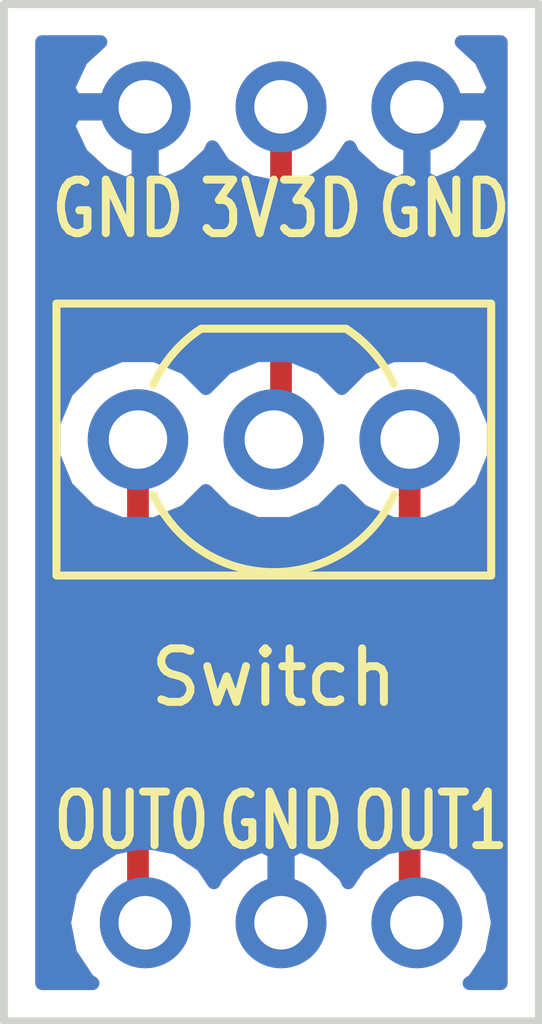
<source format=kicad_pcb>
(kicad_pcb (version 20171130) (host pcbnew "(5.0.0-3-g5ebb6b6)")

  (general
    (thickness 1.6)
    (drawings 11)
    (tracks 6)
    (zones 0)
    (modules 3)
    (nets 5)
  )

  (page A4)
  (layers
    (0 F.Cu signal)
    (31 B.Cu signal)
    (32 B.Adhes user)
    (33 F.Adhes user)
    (34 B.Paste user)
    (35 F.Paste user)
    (36 B.SilkS user)
    (37 F.SilkS user)
    (38 B.Mask user)
    (39 F.Mask user)
    (40 Dwgs.User user)
    (41 Cmts.User user)
    (42 Eco1.User user)
    (43 Eco2.User user)
    (44 Edge.Cuts user)
    (45 Margin user)
    (46 B.CrtYd user hide)
    (47 F.CrtYd user hide)
    (48 B.Fab user hide)
    (49 F.Fab user hide)
  )

  (setup
    (last_trace_width 0.1524)
    (user_trace_width 0.1524)
    (user_trace_width 0.254)
    (user_trace_width 0.4064)
    (user_trace_width 0.635)
    (trace_clearance 0.1524)
    (zone_clearance 0.508)
    (zone_45_only no)
    (trace_min 0.1524)
    (segment_width 0.2)
    (edge_width 0.15)
    (via_size 0.6858)
    (via_drill 0.3048)
    (via_min_size 0.6858)
    (via_min_drill 0.3048)
    (uvia_size 0.3048)
    (uvia_drill 0.1524)
    (uvias_allowed no)
    (uvia_min_size 0.2)
    (uvia_min_drill 0.1)
    (pcb_text_width 0.3)
    (pcb_text_size 1.5 1.5)
    (mod_edge_width 0.15)
    (mod_text_size 1 1)
    (mod_text_width 0.15)
    (pad_size 1.524 1.524)
    (pad_drill 0.762)
    (pad_to_mask_clearance 0.2)
    (aux_axis_origin 0 0)
    (visible_elements FFFFFF7F)
    (pcbplotparams
      (layerselection 0x010fc_ffffffff)
      (usegerberextensions false)
      (usegerberattributes false)
      (usegerberadvancedattributes false)
      (creategerberjobfile false)
      (excludeedgelayer true)
      (linewidth 0.100000)
      (plotframeref false)
      (viasonmask false)
      (mode 1)
      (useauxorigin false)
      (hpglpennumber 1)
      (hpglpenspeed 20)
      (hpglpendiameter 15.000000)
      (psnegative false)
      (psa4output false)
      (plotreference true)
      (plotvalue true)
      (plotinvisibletext false)
      (padsonsilk false)
      (subtractmaskfromsilk false)
      (outputformat 1)
      (mirror false)
      (drillshape 1)
      (scaleselection 1)
      (outputdirectory ""))
  )

  (net 0 "")
  (net 1 GND)
  (net 2 +3V3)
  (net 3 OUT1)
  (net 4 OUT0)

  (net_class Default "This is the default net class."
    (clearance 0.1524)
    (trace_width 0.1524)
    (via_dia 0.6858)
    (via_drill 0.3048)
    (uvia_dia 0.3048)
    (uvia_drill 0.1524)
    (diff_pair_gap 0.1524)
    (diff_pair_width 0.1524)
    (add_net +3V3)
    (add_net GND)
    (add_net OUT0)
    (add_net OUT1)
  )

  (module Connector_PinHeader_2.54mm:PinHeader_1x03_P2.54mm_Vertical (layer B.Cu) (tedit 5FD26484) (tstamp 5FD267C0)
    (at 103.64 73.16 270)
    (descr "Through hole straight pin header, 1x03, 2.54mm pitch, single row")
    (tags "Through hole pin header THT 1x03 2.54mm single row")
    (path /5FD260DD)
    (fp_text reference J2 (at 0 2.33 270) (layer B.SilkS) hide
      (effects (font (size 1 1) (thickness 0.15)) (justify mirror))
    )
    (fp_text value OUT (at 0 -7.41 270) (layer B.Fab)
      (effects (font (size 1 1) (thickness 0.15)) (justify mirror))
    )
    (fp_text user %R (at 0 -2.54 180) (layer B.Fab)
      (effects (font (size 1 1) (thickness 0.15)) (justify mirror))
    )
    (fp_line (start 1.8 1.8) (end -1.8 1.8) (layer B.CrtYd) (width 0.05))
    (fp_line (start 1.8 -6.85) (end 1.8 1.8) (layer B.CrtYd) (width 0.05))
    (fp_line (start -1.8 -6.85) (end 1.8 -6.85) (layer B.CrtYd) (width 0.05))
    (fp_line (start -1.8 1.8) (end -1.8 -6.85) (layer B.CrtYd) (width 0.05))
    (fp_line (start -1.27 0.635) (end -0.635 1.27) (layer B.Fab) (width 0.1))
    (fp_line (start -1.27 -6.35) (end -1.27 0.635) (layer B.Fab) (width 0.1))
    (fp_line (start 1.27 -6.35) (end -1.27 -6.35) (layer B.Fab) (width 0.1))
    (fp_line (start 1.27 1.27) (end 1.27 -6.35) (layer B.Fab) (width 0.1))
    (fp_line (start -0.635 1.27) (end 1.27 1.27) (layer B.Fab) (width 0.1))
    (pad 3 thru_hole oval (at 0 -5.08 270) (size 1.7 1.7) (drill 1) (layers *.Cu *.Mask)
      (net 3 OUT1))
    (pad 2 thru_hole oval (at 0 -2.54 270) (size 1.7 1.7) (drill 1) (layers *.Cu *.Mask)
      (net 1 GND))
    (pad 1 thru_hole oval (at 0 0 270) (size 1.7 1.7) (drill 1) (layers *.Cu *.Mask)
      (net 4 OUT0))
    (model ${KISYS3DMOD}/Connector_PinHeader_2.54mm.3dshapes/PinHeader_1x03_P2.54mm_Vertical.wrl
      (at (xyz 0 0 0))
      (scale (xyz 1 1 1))
      (rotate (xyz 0 0 0))
    )
  )

  (module Connector_PinHeader_2.54mm:PinHeader_1x03_P2.54mm_Vertical (layer B.Cu) (tedit 5FD26467) (tstamp 5FD267AA)
    (at 103.64 57.92 270)
    (descr "Through hole straight pin header, 1x03, 2.54mm pitch, single row")
    (tags "Through hole pin header THT 1x03 2.54mm single row")
    (path /5FD25C62)
    (fp_text reference J1 (at 0 2.33 270) (layer B.SilkS) hide
      (effects (font (size 1 1) (thickness 0.15)) (justify mirror))
    )
    (fp_text value POWER (at 0 -7.41 270) (layer B.Fab)
      (effects (font (size 1 1) (thickness 0.15)) (justify mirror))
    )
    (fp_line (start -0.635 1.27) (end 1.27 1.27) (layer B.Fab) (width 0.1))
    (fp_line (start 1.27 1.27) (end 1.27 -6.35) (layer B.Fab) (width 0.1))
    (fp_line (start 1.27 -6.35) (end -1.27 -6.35) (layer B.Fab) (width 0.1))
    (fp_line (start -1.27 -6.35) (end -1.27 0.635) (layer B.Fab) (width 0.1))
    (fp_line (start -1.27 0.635) (end -0.635 1.27) (layer B.Fab) (width 0.1))
    (fp_line (start -1.8 1.8) (end -1.8 -6.85) (layer B.CrtYd) (width 0.05))
    (fp_line (start -1.8 -6.85) (end 1.8 -6.85) (layer B.CrtYd) (width 0.05))
    (fp_line (start 1.8 -6.85) (end 1.8 1.8) (layer B.CrtYd) (width 0.05))
    (fp_line (start 1.8 1.8) (end -1.8 1.8) (layer B.CrtYd) (width 0.05))
    (fp_text user %R (at 0 -2.54 180) (layer B.Fab)
      (effects (font (size 1 1) (thickness 0.15)) (justify mirror))
    )
    (pad 1 thru_hole oval (at 0 0 270) (size 1.7 1.7) (drill 1) (layers *.Cu *.Mask)
      (net 1 GND))
    (pad 2 thru_hole oval (at 0 -2.54 270) (size 1.7 1.7) (drill 1) (layers *.Cu *.Mask)
      (net 2 +3V3))
    (pad 3 thru_hole oval (at 0 -5.08 270) (size 1.7 1.7) (drill 1) (layers *.Cu *.Mask)
      (net 1 GND))
    (model ${KISYS3DMOD}/Connector_PinHeader_2.54mm.3dshapes/PinHeader_1x03_P2.54mm_Vertical.wrl
      (at (xyz 0 0 0))
      (scale (xyz 1 1 1))
      (rotate (xyz 0 0 0))
    )
  )

  (module Switch_Thonk:SW_SPDT_Dailywell (layer F.Cu) (tedit 5FD2638F) (tstamp 5FD26840)
    (at 106.045 64.135 270)
    (path /5FD259E4)
    (fp_text reference SW1 (at 0 5.08 270) (layer F.SilkS) hide
      (effects (font (size 1 1) (thickness 0.15)))
    )
    (fp_text value SW_SPDT (at 0 -5.08 270) (layer F.Fab)
      (effects (font (size 1 1) (thickness 0.15)))
    )
    (fp_line (start -2.54 -4.064) (end 2.54 -4.064) (layer F.SilkS) (width 0.15))
    (fp_line (start -2.54 4.064) (end 2.54 4.064) (layer F.SilkS) (width 0.15))
    (fp_line (start -2.54 -4.064) (end -2.54 4.064) (layer F.SilkS) (width 0.15))
    (fp_line (start 2.54 -4.064) (end 2.54 4.064) (layer F.SilkS) (width 0.15))
    (fp_line (start -2.0701 -1.35128) (end -2.0701 1.35128) (layer F.SilkS) (width 0.15))
    (fp_arc (start 0 0) (end 2.4765 0) (angle -65.38985762) (layer F.SilkS) (width 0.15))
    (fp_arc (start 0 0) (end -1.033779 -2.245359) (angle -32.27419574) (layer F.SilkS) (width 0.15))
    (fp_arc (start 0 0) (end 2.4765 0) (angle 65.4) (layer F.SilkS) (width 0.15))
    (fp_arc (start 0 0) (end -2.070099 1.358899) (angle -32.3) (layer F.SilkS) (width 0.15))
    (pad 2 thru_hole circle (at 0 0 270) (size 1.8796 1.8796) (drill 1.0922) (layers *.Cu *.Mask)
      (net 2 +3V3))
    (pad 3 thru_hole circle (at 0 -2.54 270) (size 1.8796 1.8796) (drill 1.0922) (layers *.Cu *.Mask)
      (net 3 OUT1))
    (pad 1 thru_hole circle (at 0 2.54 270) (size 1.8796 1.8796) (drill 1.0922) (layers *.Cu *.Mask)
      (net 4 OUT0))
  )

  (gr_text OUT0 (at 103.386 71.255) (layer F.SilkS) (tstamp 5FD2696D)
    (effects (font (size 1 0.75) (thickness 0.15)))
  )
  (gr_text GND (at 106.18 71.255) (layer F.SilkS) (tstamp 5FD26967)
    (effects (font (size 1 0.75) (thickness 0.15)))
  )
  (gr_text GND (at 109.228 59.825) (layer F.SilkS) (tstamp 5FD26893)
    (effects (font (size 1 0.8) (thickness 0.15)))
  )
  (gr_text 3V3D (at 106.18 59.825) (layer F.SilkS) (tstamp 5FD2688E)
    (effects (font (size 1 0.8) (thickness 0.15)))
  )
  (gr_text OUT1 (at 108.974 71.255) (layer F.SilkS) (tstamp 5FCAC66D)
    (effects (font (size 1 0.75) (thickness 0.15)))
  )
  (gr_text Switch (at 106.045 68.58) (layer F.SilkS) (tstamp 5FC9695F)
    (effects (font (size 1 0.95) (thickness 0.15)))
  )
  (gr_line (start 101 56) (end 101 75) (layer Edge.Cuts) (width 0.15))
  (gr_line (start 111 56) (end 101 56) (layer Edge.Cuts) (width 0.15))
  (gr_line (start 111 75) (end 111 56) (layer Edge.Cuts) (width 0.15))
  (gr_line (start 101 75) (end 111 75) (layer Edge.Cuts) (width 0.15))
  (gr_text GND (at 103.132 59.825) (layer F.SilkS) (tstamp 5FD2689A)
    (effects (font (size 1 0.8) (thickness 0.15)))
  )

  (segment (start 106.18 64) (end 106.045 64.135) (width 0.4064) (layer F.Cu) (net 2))
  (segment (start 106.18 57.92) (end 106.18 64) (width 0.4064) (layer F.Cu) (net 2))
  (segment (start 108.585 73.025) (end 108.72 73.16) (width 0.4064) (layer F.Cu) (net 3))
  (segment (start 108.585 64.135) (end 108.585 73.025) (width 0.4064) (layer F.Cu) (net 3))
  (segment (start 103.505 73.025) (end 103.64 73.16) (width 0.4064) (layer F.Cu) (net 4))
  (segment (start 103.505 64.135) (end 103.505 73.025) (width 0.4064) (layer F.Cu) (net 4))

  (zone (net 1) (net_name GND) (layer F.Cu) (tstamp 0) (hatch edge 0.508)
    (connect_pads (clearance 0.508))
    (min_thickness 0.254)
    (fill yes (arc_segments 16) (thermal_gap 0.508) (thermal_bridge_width 0.508))
    (polygon
      (pts
        (xy 101 56) (xy 111 56) (xy 111 75) (xy 101 75)
      )
    )
    (filled_polygon
      (pts
        (xy 102.444817 57.038642) (xy 102.198514 57.563108) (xy 102.319181 57.793) (xy 103.513 57.793) (xy 103.513 57.773)
        (xy 103.767 57.773) (xy 103.767 57.793) (xy 103.787 57.793) (xy 103.787 58.047) (xy 103.767 58.047)
        (xy 103.767 59.240155) (xy 103.99689 59.361476) (xy 104.406924 59.191645) (xy 104.835183 58.801358) (xy 104.896157 58.671522)
        (xy 105.109375 58.990625) (xy 105.3418 59.145927) (xy 105.341801 62.721724) (xy 105.152948 62.799949) (xy 104.775 63.177897)
        (xy 104.397052 62.799949) (xy 103.818247 62.5602) (xy 103.191753 62.5602) (xy 102.612948 62.799949) (xy 102.169949 63.242948)
        (xy 101.9302 63.821753) (xy 101.9302 64.448247) (xy 102.169949 65.027052) (xy 102.612948 65.470051) (xy 102.6668 65.492357)
        (xy 102.666801 72.024277) (xy 102.569375 72.089375) (xy 102.241161 72.580582) (xy 102.125908 73.16) (xy 102.241161 73.739418)
        (xy 102.569375 74.230625) (xy 102.658236 74.29) (xy 101.71 74.29) (xy 101.71 58.276892) (xy 102.198514 58.276892)
        (xy 102.444817 58.801358) (xy 102.873076 59.191645) (xy 103.28311 59.361476) (xy 103.513 59.240155) (xy 103.513 58.047)
        (xy 102.319181 58.047) (xy 102.198514 58.276892) (xy 101.71 58.276892) (xy 101.71 56.71) (xy 102.805433 56.71)
      )
    )
    (filled_polygon
      (pts
        (xy 110.29 74.29) (xy 109.701764 74.29) (xy 109.790625 74.230625) (xy 110.118839 73.739418) (xy 110.234092 73.16)
        (xy 110.118839 72.580582) (xy 109.790625 72.089375) (xy 109.4232 71.843869) (xy 109.4232 65.492357) (xy 109.477052 65.470051)
        (xy 109.920051 65.027052) (xy 110.1598 64.448247) (xy 110.1598 63.821753) (xy 109.920051 63.242948) (xy 109.477052 62.799949)
        (xy 108.898247 62.5602) (xy 108.271753 62.5602) (xy 107.692948 62.799949) (xy 107.315 63.177897) (xy 107.0182 62.881097)
        (xy 107.0182 59.145926) (xy 107.250625 58.990625) (xy 107.463843 58.671522) (xy 107.524817 58.801358) (xy 107.953076 59.191645)
        (xy 108.36311 59.361476) (xy 108.593 59.240155) (xy 108.593 58.047) (xy 108.847 58.047) (xy 108.847 59.240155)
        (xy 109.07689 59.361476) (xy 109.486924 59.191645) (xy 109.915183 58.801358) (xy 110.161486 58.276892) (xy 110.040819 58.047)
        (xy 108.847 58.047) (xy 108.593 58.047) (xy 108.573 58.047) (xy 108.573 57.793) (xy 108.593 57.793)
        (xy 108.593 57.773) (xy 108.847 57.773) (xy 108.847 57.793) (xy 110.040819 57.793) (xy 110.161486 57.563108)
        (xy 109.915183 57.038642) (xy 109.554567 56.71) (xy 110.290001 56.71)
      )
    )
    (filled_polygon
      (pts
        (xy 107.692948 65.470051) (xy 107.7468 65.492357) (xy 107.746801 72.024277) (xy 107.649375 72.089375) (xy 107.436157 72.408478)
        (xy 107.375183 72.278642) (xy 106.946924 71.888355) (xy 106.53689 71.718524) (xy 106.307 71.839845) (xy 106.307 73.033)
        (xy 106.327 73.033) (xy 106.327 73.287) (xy 106.307 73.287) (xy 106.307 73.307) (xy 106.053 73.307)
        (xy 106.053 73.287) (xy 106.033 73.287) (xy 106.033 73.033) (xy 106.053 73.033) (xy 106.053 71.839845)
        (xy 105.82311 71.718524) (xy 105.413076 71.888355) (xy 104.984817 72.278642) (xy 104.923843 72.408478) (xy 104.710625 72.089375)
        (xy 104.3432 71.843869) (xy 104.3432 65.492357) (xy 104.397052 65.470051) (xy 104.775 65.092103) (xy 105.152948 65.470051)
        (xy 105.731753 65.7098) (xy 106.358247 65.7098) (xy 106.937052 65.470051) (xy 107.315 65.092103)
      )
    )
  )
  (zone (net 1) (net_name GND) (layer B.Cu) (tstamp 0) (hatch edge 0.508)
    (connect_pads (clearance 0.508))
    (min_thickness 0.254)
    (fill yes (arc_segments 16) (thermal_gap 0.508) (thermal_bridge_width 0.508))
    (polygon
      (pts
        (xy 101 56) (xy 111 56) (xy 111 75) (xy 101 75)
      )
    )
    (filled_polygon
      (pts
        (xy 102.444817 57.038642) (xy 102.198514 57.563108) (xy 102.319181 57.793) (xy 103.513 57.793) (xy 103.513 57.773)
        (xy 103.767 57.773) (xy 103.767 57.793) (xy 103.787 57.793) (xy 103.787 58.047) (xy 103.767 58.047)
        (xy 103.767 59.240155) (xy 103.99689 59.361476) (xy 104.406924 59.191645) (xy 104.835183 58.801358) (xy 104.896157 58.671522)
        (xy 105.109375 58.990625) (xy 105.600582 59.318839) (xy 106.033744 59.405) (xy 106.326256 59.405) (xy 106.759418 59.318839)
        (xy 107.250625 58.990625) (xy 107.463843 58.671522) (xy 107.524817 58.801358) (xy 107.953076 59.191645) (xy 108.36311 59.361476)
        (xy 108.593 59.240155) (xy 108.593 58.047) (xy 108.847 58.047) (xy 108.847 59.240155) (xy 109.07689 59.361476)
        (xy 109.486924 59.191645) (xy 109.915183 58.801358) (xy 110.161486 58.276892) (xy 110.040819 58.047) (xy 108.847 58.047)
        (xy 108.593 58.047) (xy 108.573 58.047) (xy 108.573 57.793) (xy 108.593 57.793) (xy 108.593 57.773)
        (xy 108.847 57.773) (xy 108.847 57.793) (xy 110.040819 57.793) (xy 110.161486 57.563108) (xy 109.915183 57.038642)
        (xy 109.554567 56.71) (xy 110.290001 56.71) (xy 110.29 74.29) (xy 109.701764 74.29) (xy 109.790625 74.230625)
        (xy 110.118839 73.739418) (xy 110.234092 73.16) (xy 110.118839 72.580582) (xy 109.790625 72.089375) (xy 109.299418 71.761161)
        (xy 108.866256 71.675) (xy 108.573744 71.675) (xy 108.140582 71.761161) (xy 107.649375 72.089375) (xy 107.436157 72.408478)
        (xy 107.375183 72.278642) (xy 106.946924 71.888355) (xy 106.53689 71.718524) (xy 106.307 71.839845) (xy 106.307 73.033)
        (xy 106.327 73.033) (xy 106.327 73.287) (xy 106.307 73.287) (xy 106.307 73.307) (xy 106.053 73.307)
        (xy 106.053 73.287) (xy 106.033 73.287) (xy 106.033 73.033) (xy 106.053 73.033) (xy 106.053 71.839845)
        (xy 105.82311 71.718524) (xy 105.413076 71.888355) (xy 104.984817 72.278642) (xy 104.923843 72.408478) (xy 104.710625 72.089375)
        (xy 104.219418 71.761161) (xy 103.786256 71.675) (xy 103.493744 71.675) (xy 103.060582 71.761161) (xy 102.569375 72.089375)
        (xy 102.241161 72.580582) (xy 102.125908 73.16) (xy 102.241161 73.739418) (xy 102.569375 74.230625) (xy 102.658236 74.29)
        (xy 101.71 74.29) (xy 101.71 63.821753) (xy 101.9302 63.821753) (xy 101.9302 64.448247) (xy 102.169949 65.027052)
        (xy 102.612948 65.470051) (xy 103.191753 65.7098) (xy 103.818247 65.7098) (xy 104.397052 65.470051) (xy 104.775 65.092103)
        (xy 105.152948 65.470051) (xy 105.731753 65.7098) (xy 106.358247 65.7098) (xy 106.937052 65.470051) (xy 107.315 65.092103)
        (xy 107.692948 65.470051) (xy 108.271753 65.7098) (xy 108.898247 65.7098) (xy 109.477052 65.470051) (xy 109.920051 65.027052)
        (xy 110.1598 64.448247) (xy 110.1598 63.821753) (xy 109.920051 63.242948) (xy 109.477052 62.799949) (xy 108.898247 62.5602)
        (xy 108.271753 62.5602) (xy 107.692948 62.799949) (xy 107.315 63.177897) (xy 106.937052 62.799949) (xy 106.358247 62.5602)
        (xy 105.731753 62.5602) (xy 105.152948 62.799949) (xy 104.775 63.177897) (xy 104.397052 62.799949) (xy 103.818247 62.5602)
        (xy 103.191753 62.5602) (xy 102.612948 62.799949) (xy 102.169949 63.242948) (xy 101.9302 63.821753) (xy 101.71 63.821753)
        (xy 101.71 58.276892) (xy 102.198514 58.276892) (xy 102.444817 58.801358) (xy 102.873076 59.191645) (xy 103.28311 59.361476)
        (xy 103.513 59.240155) (xy 103.513 58.047) (xy 102.319181 58.047) (xy 102.198514 58.276892) (xy 101.71 58.276892)
        (xy 101.71 56.71) (xy 102.805433 56.71)
      )
    )
  )
)

</source>
